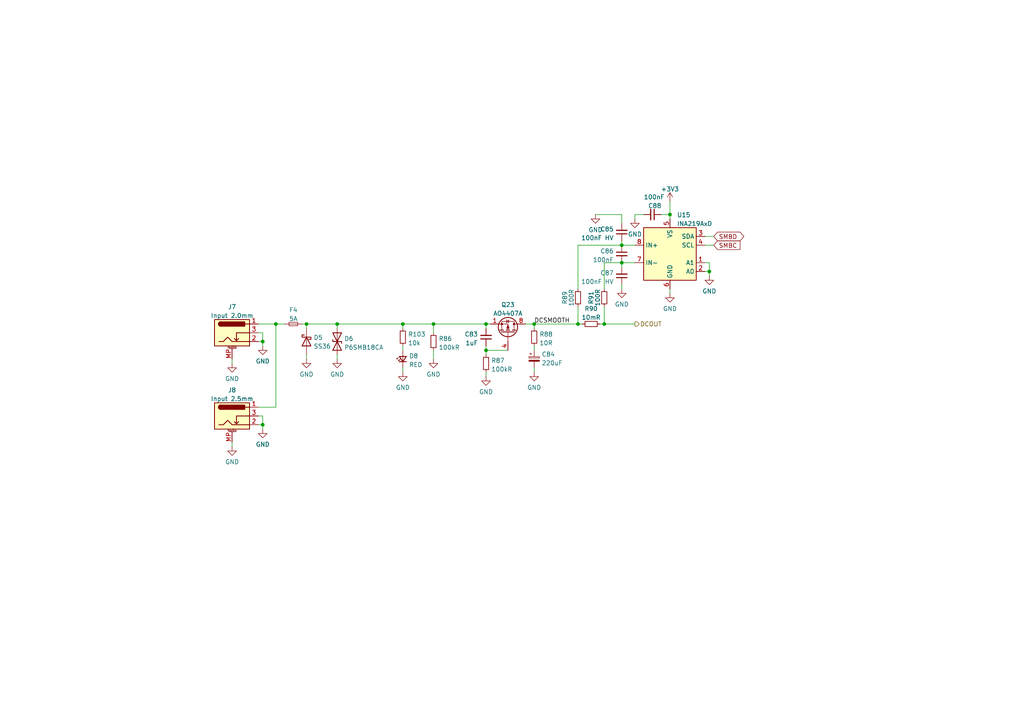
<source format=kicad_sch>
(kicad_sch (version 20211123) (generator eeschema)
  (paper "A4")
  (lib_symbols
    (symbol "Analog_ADC:INA219AxD"
      (property "Reference" "U" (at -6.35 8.89 0))
      (property "Value" "INA219AxD" (at 5.08 8.89 0))
      (symbol "INA219AxD_0_1"
        (rectangle (start -7.62 7.62) (end 7.62 -7.62) (stroke (width 0.254)) (fill (type background)))
      )
      (symbol "INA219AxD_1_1"
        (pin input line (at 10.16 -2.54 180) (length 2.54) (name "A1") (number "1"))
        (pin input line (at 10.16 -5.08 180) (length 2.54) (name "A0") (number "2"))
        (pin bidirectional line (at 10.16 5.08 180) (length 2.54) (name "SDA") (number "3"))
        (pin input line (at 10.16 2.54 180) (length 2.54) (name "SCL") (number "4"))
        (pin power_in line (at 0 10.16 270) (length 2.54) (name "VS") (number "5"))
        (pin power_in line (at 0 -10.16 90) (length 2.54) (name "GND") (number "6"))
        (pin input line (at -10.16 -2.54 0) (length 2.54) (name "IN-") (number "7"))
        (pin input line (at -10.16 2.54 0) (length 2.54) (name "IN+") (number "8"))
      )
    )
    (symbol "Connector:Barrel_Jack_Switch_MountingPin" (pin_names hide)
      (property "Reference" "J" (at 0 5.334 0))
      (property "Value" "Barrel_Jack_Switch_MountingPin" (at 1.27 -6.35 0))
      (symbol "Barrel_Jack_Switch_MountingPin_0_1"
        (rectangle (start -5.08 3.81) (end 5.08 -3.81) (stroke (width 0.254)) (fill (type background)))
        (arc (start -3.302 3.175) (mid -3.937 2.54) (end -3.302 1.905) (stroke (width 0.254)))
        (arc (start -3.302 3.175) (mid -3.937 2.54) (end -3.302 1.905) (stroke (width 0.254)) (fill (type outline)))
        (polyline (pts (xy 1.27 -2.286) (xy 1.905 -1.651)) (stroke (width 0.254)))
        (polyline (pts (xy 5.08 2.54) (xy 3.81 2.54)) (stroke (width 0.254)))
        (polyline (pts (xy 5.08 0) (xy 1.27 0) (xy 1.27 -2.286) (xy 0.635 -1.651)) (stroke (width 0.254)))
        (polyline (pts (xy -3.81 -2.54) (xy -2.54 -2.54) (xy -1.27 -1.27) (xy 0 -2.54) (xy 2.54 -2.54) (xy 5.08 -2.54)) (stroke (width 0.254)))
        (rectangle (start 3.683 3.175) (end -3.302 1.905) (stroke (width 0.254)) (fill (type outline)))
      )
      (symbol "Barrel_Jack_Switch_MountingPin_1_1"
        (polyline (pts (xy -1.016 -4.572) (xy 1.016 -4.572)) (stroke (width 0.1524)))
        (text "Mounting" (at 0 -4.191 0) (effects (font (size 0.381 0.381))))
        (pin passive line (at 7.62 2.54 180) (length 2.54) (name "~") (number "1"))
        (pin passive line (at 7.62 -2.54 180) (length 2.54) (name "~") (number "2"))
        (pin passive line (at 7.62 0 180) (length 2.54) (name "~") (number "3"))
        (pin passive line (at 0 -7.62 90) (length 3.048) (name "MountPin") (number "MP"))
      )
    )
    (symbol "Device:C_Polarized_Small" (pin_numbers hide) (pin_names (offset 0.254) hide)
      (property "Reference" "C" (at 0.254 1.778 0))
      (property "Value" "C_Polarized_Small" (at 0.254 -2.032 0))
      (symbol "C_Polarized_Small_0_1"
        (rectangle (start -1.524 -0.3048) (end 1.524 -0.6858) (fill (type outline)))
        (rectangle (start -1.524 0.6858) (end 1.524 0.3048))
        (polyline (pts (xy -1.27 1.524) (xy -0.762 1.524)))
        (polyline (pts (xy -1.016 1.27) (xy -1.016 1.778)))
      )
      (symbol "C_Polarized_Small_1_1"
        (pin passive line (at 0 2.54 270) (length 1.8542) (name "~") (number "1"))
        (pin passive line (at 0 -2.54 90) (length 1.8542) (name "~") (number "2"))
      )
    )
    (symbol "Device:C_Small" (pin_numbers hide) (pin_names (offset 0.254) hide)
      (property "Reference" "C" (at 0.254 1.778 0))
      (property "Value" "C_Small" (at 0.254 -2.032 0))
      (symbol "C_Small_0_1"
        (polyline (pts (xy -1.524 -0.508) (xy 1.524 -0.508)) (stroke (width 0.3302)))
        (polyline (pts (xy -1.524 0.508) (xy 1.524 0.508)) (stroke (width 0.3048)))
      )
      (symbol "C_Small_1_1"
        (pin passive line (at 0 2.54 270) (length 2.032) (name "~") (number "1"))
        (pin passive line (at 0 -2.54 90) (length 2.032) (name "~") (number "2"))
      )
    )
    (symbol "Device:D_Schottky" (pin_numbers hide) (pin_names (offset 1.016) hide)
      (property "Reference" "D" (at 0 2.54 0))
      (property "Value" "D_Schottky" (at 0 -2.54 0))
      (symbol "D_Schottky_0_1"
        (polyline (pts (xy 1.27 0) (xy -1.27 0)))
        (polyline (pts (xy 1.27 1.27) (xy 1.27 -1.27) (xy -1.27 0) (xy 1.27 1.27)) (stroke (width 0.254)))
        (polyline (pts (xy -1.905 0.635) (xy -1.905 1.27) (xy -1.27 1.27) (xy -1.27 -1.27) (xy -0.635 -1.27) (xy -0.635 -0.635)) (stroke (width 0.254)))
      )
      (symbol "D_Schottky_1_1"
        (pin passive line (at -3.81 0 0) (length 2.54) (name "K") (number "1"))
        (pin passive line (at 3.81 0 180) (length 2.54) (name "A") (number "2"))
      )
    )
    (symbol "Device:D_TVS" (pin_numbers hide) (pin_names (offset 1.016) hide)
      (property "Reference" "D" (at 0 2.54 0))
      (property "Value" "D_TVS" (at 0 -2.54 0))
      (symbol "D_TVS_0_1"
        (polyline (pts (xy 1.27 0) (xy -1.27 0)))
        (polyline (pts (xy 0.508 1.27) (xy 0 1.27) (xy 0 -1.27) (xy -0.508 -1.27)) (stroke (width 0.254)))
        (polyline (pts (xy -2.54 1.27) (xy -2.54 -1.27) (xy 2.54 1.27) (xy 2.54 -1.27) (xy -2.54 1.27)) (stroke (width 0.254)))
      )
      (symbol "D_TVS_1_1"
        (pin passive line (at -3.81 0 0) (length 2.54) (name "A1") (number "1"))
        (pin passive line (at 3.81 0 180) (length 2.54) (name "A2") (number "2"))
      )
    )
    (symbol "Device:Fuse_Small" (pin_numbers hide) (pin_names (offset 0.254) hide)
      (property "Reference" "F" (at 0 -1.524 0))
      (property "Value" "Fuse_Small" (at 0 1.524 0))
      (symbol "Fuse_Small_0_1"
        (rectangle (start -1.27 0.508) (end 1.27 -0.508))
        (polyline (pts (xy -1.27 0) (xy 1.27 0)))
      )
      (symbol "Fuse_Small_1_1"
        (pin passive line (at -2.54 0 0) (length 1.27) (name "~") (number "1"))
        (pin passive line (at 2.54 0 180) (length 1.27) (name "~") (number "2"))
      )
    )
    (symbol "Device:LED_Small" (pin_numbers hide) (pin_names (offset 0.254) hide)
      (property "Reference" "D" (at -1.27 3.175 0))
      (property "Value" "LED_Small" (at -4.445 -2.54 0))
      (symbol "LED_Small_0_1"
        (polyline (pts (xy -0.762 -1.016) (xy -0.762 1.016)) (stroke (width 0.254)))
        (polyline (pts (xy 1.016 0) (xy -0.762 0)))
        (polyline (pts (xy 0.762 -1.016) (xy -0.762 0) (xy 0.762 1.016) (xy 0.762 -1.016)) (stroke (width 0.254)))
        (polyline (pts (xy 0 0.762) (xy -0.508 1.27) (xy -0.254 1.27) (xy -0.508 1.27) (xy -0.508 1.016)))
        (polyline (pts (xy 0.508 1.27) (xy 0 1.778) (xy 0.254 1.778) (xy 0 1.778) (xy 0 1.524)))
      )
      (symbol "LED_Small_1_1"
        (pin passive line (at -2.54 0 0) (length 1.778) (name "K") (number "1"))
        (pin passive line (at 2.54 0 180) (length 1.778) (name "A") (number "2"))
      )
    )
    (symbol "Device:R_Small" (pin_numbers hide) (pin_names (offset 0.254) hide)
      (property "Reference" "R" (at 0.762 0.508 0))
      (property "Value" "R_Small" (at 0.762 -1.016 0))
      (symbol "R_Small_0_1"
        (rectangle (start -0.762 1.778) (end 0.762 -1.778) (stroke (width 0.2032)))
      )
      (symbol "R_Small_1_1"
        (pin passive line (at 0 2.54 270) (length 0.762) (name "~") (number "1"))
        (pin passive line (at 0 -2.54 90) (length 0.762) (name "~") (number "2"))
      )
    )
    (symbol "Transistor_FET:FDS9435A" (pin_names hide)
      (property "Reference" "Q" (at 5.08 1.905 0))
      (property "Value" "FDS9435A" (at 5.08 0 0))
      (symbol "FDS9435A_0_1"
        (polyline (pts (xy 0.254 0) (xy -2.54 0)))
        (polyline (pts (xy 0.254 1.905) (xy 0.254 -1.905)) (stroke (width 0.254)))
        (polyline (pts (xy 0.762 -1.27) (xy 0.762 -2.286)) (stroke (width 0.254)))
        (polyline (pts (xy 0.762 0.508) (xy 0.762 -0.508)) (stroke (width 0.254)))
        (polyline (pts (xy 0.762 2.286) (xy 0.762 1.27)) (stroke (width 0.254)))
        (polyline (pts (xy 2.54 2.54) (xy 2.54 1.778)))
        (polyline (pts (xy 2.54 -2.54) (xy 2.54 0) (xy 0.762 0)))
        (polyline (pts (xy 0.762 1.778) (xy 3.302 1.778) (xy 3.302 -1.778) (xy 0.762 -1.778)))
        (polyline (pts (xy 2.286 0) (xy 1.27 0.381) (xy 1.27 -0.381) (xy 2.286 0)) (fill (type outline)))
        (polyline (pts (xy 2.794 -0.508) (xy 2.921 -0.381) (xy 3.683 -0.381) (xy 3.81 -0.254)))
        (polyline (pts (xy 3.302 -0.381) (xy 2.921 0.254) (xy 3.683 0.254) (xy 3.302 -0.381)))
        (circle (center 1.651 0) (radius 2.794) (stroke (width 0.254)))
        (circle (center 2.54 -1.778) (radius 0.254) (fill (type outline)))
        (circle (center 2.54 1.778) (radius 0.254) (fill (type outline)))
      )
      (symbol "FDS9435A_1_1"
        (pin passive line (at 2.54 -5.08 90) (length 2.54) (name "S") (number "1"))
        (pin passive line (at 2.54 -5.08 90) (length 2.54) hide (name "S") (number "2"))
        (pin passive line (at 2.54 -5.08 90) (length 2.54) hide (name "S") (number "3"))
        (pin passive line (at -5.08 0 0) (length 2.54) (name "G") (number "4"))
        (pin passive line (at 2.54 5.08 270) (length 2.54) hide (name "D") (number "5"))
        (pin passive line (at 2.54 5.08 270) (length 2.54) hide (name "D") (number "6"))
        (pin passive line (at 2.54 5.08 270) (length 2.54) hide (name "D") (number "7"))
        (pin passive line (at 2.54 5.08 270) (length 2.54) (name "D") (number "8"))
      )
    )
    (symbol "power:+3V3" (power) (pin_names (offset 0))
      (property "Value" "+3V3" (at 0 3.556 0))
      (symbol "+3V3_0_1"
        (polyline (pts (xy -0.762 1.27) (xy 0 2.54)))
        (polyline (pts (xy 0 0) (xy 0 2.54)))
        (polyline (pts (xy 0 2.54) (xy 0.762 1.27)))
      )
      (symbol "+3V3_1_1"
        (pin power_in line (at 0 0 90) (length 0) hide (name "+3V3") (number "1"))
      )
    )
    (symbol "power:GND" (power) (pin_names (offset 0))
      (property "Value" "GND" (at 0 -3.81 0))
      (symbol "GND_0_1"
        (polyline (pts (xy 0 0) (xy 0 -1.27) (xy 1.27 -1.27) (xy 0 -2.54) (xy -1.27 -1.27) (xy 0 -1.27)))
      )
      (symbol "GND_1_1"
        (pin power_in line (at 0 0 270) (length 0) hide (name "GND") (number "1"))
      )
    )
  )
  (junction (at 154.94 93.98))
  (junction (at 76.2 123.19))
  (junction (at 125.73 93.98))
  (junction (at 76.2 99.06))
  (junction (at 194.31 62.23))
  (junction (at 180.34 71.12))
  (junction (at 140.97 101.6))
  (junction (at 97.79 93.98))
  (junction (at 167.64 93.98))
  (junction (at 205.74 78.74))
  (junction (at 116.84 93.98))
  (junction (at 88.9 93.98))
  (junction (at 180.34 76.2))
  (junction (at 175.26 93.98))
  (junction (at 80.01 93.98))
  (junction (at 140.97 93.98))
  (wire (pts (xy 205.74 78.74) (xy 205.74 76.2)))
  (wire (pts (xy 184.15 76.2) (xy 180.34 76.2)))
  (wire (pts (xy 175.26 88.9) (xy 175.26 93.98)))
  (wire (pts (xy 154.94 93.98) (xy 154.94 95.25)))
  (wire (pts (xy 204.47 68.58) (xy 207.01 68.58)))
  (wire (pts (xy 180.34 82.55) (xy 180.34 83.82)))
  (wire (pts (xy 167.64 71.12) (xy 167.64 83.82)))
  (wire (pts (xy 204.47 71.12) (xy 207.01 71.12)))
  (wire (pts (xy 140.97 101.6) (xy 140.97 102.87)))
  (wire (pts (xy 80.01 93.98) (xy 82.55 93.98)))
  (wire (pts (xy 140.97 100.33) (xy 140.97 101.6)))
  (wire (pts (xy 125.73 93.98) (xy 140.97 93.98)))
  (wire (pts (xy 97.79 93.98) (xy 116.84 93.98)))
  (wire (pts (xy 205.74 76.2) (xy 204.47 76.2)))
  (wire (pts (xy 88.9 93.98) (xy 97.79 93.98)))
  (wire (pts (xy 80.01 93.98) (xy 80.01 118.11)))
  (wire (pts (xy 154.94 106.68) (xy 154.94 107.95)))
  (wire (pts (xy 180.34 62.23) (xy 180.34 64.77)))
  (wire (pts (xy 116.84 106.68) (xy 116.84 107.95)))
  (wire (pts (xy 88.9 93.98) (xy 88.9 95.25)))
  (wire (pts (xy 67.31 104.14) (xy 67.31 105.41)))
  (wire (pts (xy 76.2 100.33) (xy 76.2 99.06)))
  (wire (pts (xy 76.2 96.52) (xy 74.93 96.52)))
  (wire (pts (xy 97.79 93.98) (xy 97.79 95.25)))
  (wire (pts (xy 152.4 93.98) (xy 154.94 93.98)))
  (wire (pts (xy 74.93 93.98) (xy 80.01 93.98)))
  (wire (pts (xy 167.64 88.9) (xy 167.64 93.98)))
  (wire (pts (xy 76.2 120.65) (xy 74.93 120.65)))
  (wire (pts (xy 87.63 93.98) (xy 88.9 93.98)))
  (wire (pts (xy 142.24 93.98) (xy 140.97 93.98)))
  (wire (pts (xy 74.93 99.06) (xy 76.2 99.06)))
  (wire (pts (xy 180.34 76.2) (xy 180.34 77.47)))
  (wire (pts (xy 175.26 76.2) (xy 175.26 83.82)))
  (wire (pts (xy 97.79 102.87) (xy 97.79 104.14)))
  (wire (pts (xy 184.15 71.12) (xy 180.34 71.12)))
  (wire (pts (xy 184.15 63.5) (xy 184.15 62.23)))
  (wire (pts (xy 74.93 123.19) (xy 76.2 123.19)))
  (wire (pts (xy 147.32 101.6) (xy 140.97 101.6)))
  (wire (pts (xy 175.26 93.98) (xy 173.99 93.98)))
  (wire (pts (xy 194.31 58.42) (xy 194.31 62.23)))
  (wire (pts (xy 76.2 123.19) (xy 76.2 120.65)))
  (wire (pts (xy 191.77 62.23) (xy 194.31 62.23)))
  (wire (pts (xy 140.97 107.95) (xy 140.97 109.22)))
  (wire (pts (xy 67.31 128.27) (xy 67.31 129.54)))
  (wire (pts (xy 88.9 102.87) (xy 88.9 104.14)))
  (wire (pts (xy 116.84 100.33) (xy 116.84 101.6)))
  (wire (pts (xy 116.84 93.98) (xy 116.84 95.25)))
  (wire (pts (xy 172.72 62.23) (xy 180.34 62.23)))
  (wire (pts (xy 180.34 76.2) (xy 175.26 76.2)))
  (wire (pts (xy 125.73 101.6) (xy 125.73 104.14)))
  (wire (pts (xy 204.47 78.74) (xy 205.74 78.74)))
  (wire (pts (xy 154.94 100.33) (xy 154.94 101.6)))
  (wire (pts (xy 116.84 93.98) (xy 125.73 93.98)))
  (wire (pts (xy 154.94 93.98) (xy 167.64 93.98)))
  (wire (pts (xy 76.2 124.46) (xy 76.2 123.19)))
  (wire (pts (xy 76.2 99.06) (xy 76.2 96.52)))
  (wire (pts (xy 175.26 93.98) (xy 184.15 93.98)))
  (wire (pts (xy 167.64 93.98) (xy 168.91 93.98)))
  (wire (pts (xy 125.73 96.52) (xy 125.73 93.98)))
  (wire (pts (xy 180.34 69.85) (xy 180.34 71.12)))
  (wire (pts (xy 194.31 83.82) (xy 194.31 85.09)))
  (wire (pts (xy 194.31 62.23) (xy 194.31 63.5)))
  (wire (pts (xy 180.34 71.12) (xy 167.64 71.12)))
  (wire (pts (xy 184.15 62.23) (xy 186.69 62.23)))
  (wire (pts (xy 74.93 118.11) (xy 80.01 118.11)))
  (wire (pts (xy 140.97 93.98) (xy 140.97 95.25)))
  (wire (pts (xy 205.74 80.01) (xy 205.74 78.74)))
  (label "DCSMOOTH" (at 154.94 93.98 0))
  (global_label "SMBD" (shape bidirectional) (at 207.01 68.58 0) (property "Referenzen zwischen Schaltplänen" "${INTERSHEET_REFS}" (effects hide)))
  (global_label "SMBC" (shape input) (at 207.01 71.12 0) (property "Referenzen zwischen Schaltplänen" "${INTERSHEET_REFS}" (effects hide)))
  (hierarchical_label "DCOUT" (shape output) (at 184.15 93.98 0))
  (symbol (lib_id "power:GND") (at 67.31 129.54 0) (unit 1)
    (property "Reference" "#PWR0250" (effects hide))
    (property "Value" "GND" (at 67.31 133.9834 0))
  )
  (symbol (lib_id "Device:LED_Small") (at 116.84 104.14 90) (unit 1)
    (property "Reference" "D8" (at 118.618 103.2418 90) (effects (justify right)))
    (property "Value" "RED" (at 118.618 105.7787 90) (effects (justify right)))
    (property "Footprint" "LED_Indicator:LED_Indicator_RED_MHK1373CRBDT" (effects hide))
    (property "LCSC" "C417352" (effects hide))
  )
  (symbol (lib_id "power:GND") (at 76.2 100.33 0) (unit 1)
    (property "Reference" "#PWR0249" (effects hide))
    (property "Value" "GND" (at 76.2 104.7734 0))
  )
  (symbol (lib_id "Device:C_Small") (at 189.23 62.23 270) (mirror x) (unit 1)
    (property "Reference" "C88" (at 187.96 59.69 90) (effects (justify left)))
    (property "Value" "100nF" (at 186.69 57.15 90) (effects (justify left)))
    (property "Footprint" "Capacitor_SMD:C_0402_1005Metric" (effects hide))
    (property "LCSC" "C1525" (effects hide))
  )
  (symbol (lib_id "Analog_ADC:INA219AxD") (at 194.31 73.66 0) (unit 1)
    (property "Reference" "U15" (at 196.3294 62.3402 0) (effects (justify left)))
    (property "Value" "INA219AxD" (at 196.3294 64.8771 0) (effects (justify left)))
    (property "Footprint" "Package_SO:SOIC-8_3.9x4.9mm_P1.27mm" (effects hide))
    (property "Datasheet" "http://www.ti.com/lit/ds/symlink/ina219.pdf" (effects hide))
    (property "LCSC" "C138706" (effects hide))
  )
  (symbol (lib_id "power:GND") (at 76.2 124.46 0) (unit 1)
    (property "Reference" "#PWR0251" (effects hide))
    (property "Value" "GND" (at 76.2 128.9034 0))
  )
  (symbol (lib_id "Connector:Barrel_Jack_Switch_MountingPin") (at 67.31 96.52 0) (unit 1)
    (property "Reference" "J7" (at 67.31 89.0102 0))
    (property "Value" "Input 2.0mm" (at 67.31 91.5471 0))
    (property "Footprint" "Connector_BarrelJack_LCSC:BarrelJack_2.0mm_DC-044B" (effects hide))
    (property "LCSC" "C397334" (effects hide))
  )
  (symbol (lib_id "Connector:Barrel_Jack_Switch_MountingPin") (at 67.31 120.65 0) (unit 1)
    (property "Reference" "J8" (at 67.31 113.1402 0))
    (property "Value" "Input 2.5mm" (at 67.31 115.6771 0))
    (property "Footprint" "Connector_BarrelJack_LCSC:BarrelJack_2.5mm_DC-044K-D025" (effects hide))
    (property "LCSC" "C963204" (effects hide))
  )
  (symbol (lib_id "power:GND") (at 154.94 107.95 0) (unit 1)
    (property "Reference" "#PWR0246" (effects hide))
    (property "Value" "GND" (at 154.94 112.3934 0))
  )
  (symbol (lib_id "Device:R_Small") (at 140.97 105.41 0) (mirror y) (unit 1)
    (property "Reference" "R87" (at 142.4686 104.5753 0) (effects (justify right)))
    (property "Value" "100kR" (at 142.4686 107.1122 0) (effects (justify right)))
    (property "Footprint" "Resistor_SMD:R_0402_1005Metric" (effects hide))
    (property "LCSC" "C25741" (effects hide))
  )
  (symbol (lib_id "power:GND") (at 180.34 83.82 0) (unit 1)
    (property "Reference" "#PWR0253" (effects hide))
    (property "Value" "GND" (at 180.34 88.2634 0))
  )
  (symbol (lib_id "Transistor_FET:FDS9435A") (at 147.32 96.52 270) (mirror x) (unit 1)
    (property "Reference" "Q23" (at 147.32 88.3752 90))
    (property "Value" "AO4407A" (at 147.32 90.9121 90))
    (property "Footprint" "Package_SO:SOIC-8_3.9x4.9mm_P1.27mm" (effects hide))
    (property "Datasheet" "https://datasheet.lcsc.com/szlcsc/Alpha-Omega-Semicon-AOS-AO4407A_C35349.pdf" (effects hide))
    (property "LCSC" "C35349" (effects hide))
  )
  (symbol (lib_id "Device:D_TVS") (at 97.79 99.06 90) (unit 1)
    (property "Reference" "D6" (at 99.822 98.2253 90) (effects (justify right)))
    (property "Value" "P6SMB18CA" (at 99.822 100.7622 90) (effects (justify right)))
    (property "Footprint" "Diode_SMD:D_SMB" (effects hide))
    (property "LCSC" "C384916" (effects hide))
  )
  (symbol (lib_id "Device:R_Small") (at 125.73 99.06 0) (mirror y) (unit 1)
    (property "Reference" "R86" (at 127.2286 98.2253 0) (effects (justify right)))
    (property "Value" "100kR" (at 127.2286 100.7622 0) (effects (justify right)))
    (property "Footprint" "Resistor_SMD:R_0402_1005Metric" (effects hide))
    (property "LCSC" "C25741" (effects hide))
  )
  (symbol (lib_id "Device:C_Small") (at 180.34 67.31 0) (mirror x) (unit 1)
    (property "Reference" "C85" (at 178.016 66.4689 0) (effects (justify right)))
    (property "Value" "100nF HV" (at 178.016 69.0058 0) (effects (justify right)))
    (property "Footprint" "Capacitor_SMD:C_0603_1608Metric" (effects hide))
    (property "LCSC" "C14663" (effects hide))
  )
  (symbol (lib_id "Device:R_Small") (at 167.64 86.36 0) (unit 1)
    (property "Reference" "R89" (at 163.83 86.36 90))
    (property "Value" "100R" (at 165.7405 86.36 90))
    (property "Footprint" "Resistor_SMD:R_0402_1005Metric" (effects hide))
    (property "LCSC" "C25076" (effects hide))
  )
  (symbol (lib_id "Device:C_Small") (at 180.34 80.01 0) (mirror x) (unit 1)
    (property "Reference" "C87" (at 178.016 79.1689 0) (effects (justify right)))
    (property "Value" "100nF HV" (at 178.016 81.7058 0) (effects (justify right)))
    (property "Footprint" "Capacitor_SMD:C_0603_1608Metric" (effects hide))
    (property "LCSC" "C14663" (effects hide))
  )
  (symbol (lib_id "power:GND") (at 172.72 62.23 0) (unit 1)
    (property "Reference" "#PWR0257" (effects hide))
    (property "Value" "GND" (at 172.72 66.6734 0))
  )
  (symbol (lib_id "power:GND") (at 184.15 63.5 0) (unit 1)
    (property "Reference" "#PWR0258" (effects hide))
    (property "Value" "GND" (at 184.15 67.9434 0))
  )
  (symbol (lib_id "Device:C_Small") (at 180.34 73.66 0) (mirror y) (unit 1)
    (property "Reference" "C86" (at 178.0159 72.8316 0) (effects (justify left)))
    (property "Value" "100nF" (at 178.0159 75.3685 0) (effects (justify left)))
    (property "Footprint" "Capacitor_SMD:C_0402_1005Metric" (effects hide))
    (property "LCSC" "C1525" (effects hide))
  )
  (symbol (lib_id "Device:C_Small") (at 140.97 97.79 0) (mirror x) (unit 1)
    (property "Reference" "C83" (at 138.646 96.9489 0) (effects (justify right)))
    (property "Value" "1uF" (at 138.646 99.4858 0) (effects (justify right)))
    (property "Footprint" "Capacitor_SMD:C_0402_1005Metric" (effects hide))
    (property "LCSC" "C52923" (effects hide))
  )
  (symbol (lib_id "power:GND") (at 140.97 109.22 0) (unit 1)
    (property "Reference" "#PWR0247" (effects hide))
    (property "Value" "GND" (at 140.97 113.6634 0))
  )
  (symbol (lib_id "Device:C_Polarized_Small") (at 154.94 104.14 0) (unit 1)
    (property "Reference" "C84" (at 157.099 102.7592 0) (effects (justify left)))
    (property "Value" "220uF" (at 157.099 105.2961 0) (effects (justify left)))
    (property "Footprint" "Capacitor_SMD:CP_Elec_6.3x7.7" (effects hide))
    (property "Datasheet" "https://datasheet.lcsc.com/lcsc/1912111437_Nichicon-UCM1E221MCL1GS_C340768.pdf" (effects hide))
    (property "LCSC" "C340768" (effects hide))
  )
  (symbol (lib_id "Device:R_Small") (at 116.84 97.79 0) (unit 1)
    (property "Reference" "R103" (at 118.3386 96.9553 0) (effects (justify left)))
    (property "Value" "10k" (at 118.3386 99.4922 0) (effects (justify left)))
    (property "Footprint" "Resistor_SMD:R_0402_1005Metric" (effects hide))
    (property "LCSC" "C25744" (effects hide))
  )
  (symbol (lib_id "power:GND") (at 194.31 85.09 0) (unit 1)
    (property "Reference" "#PWR0254" (effects hide))
    (property "Value" "GND" (at 194.31 89.5334 0))
  )
  (symbol (lib_id "power:GND") (at 67.31 105.41 0) (unit 1)
    (property "Reference" "#PWR0252" (effects hide))
    (property "Value" "GND" (at 67.31 109.8534 0))
  )
  (symbol (lib_id "power:GND") (at 205.74 80.01 0) (unit 1)
    (property "Reference" "#PWR0256" (effects hide))
    (property "Value" "GND" (at 205.74 84.4534 0))
  )
  (symbol (lib_id "power:+3V3") (at 194.31 58.42 0) (unit 1)
    (property "Reference" "#PWR0255" (effects hide))
    (property "Value" "+3V3" (at 194.31 54.8442 0))
  )
  (symbol (lib_id "Device:R_Small") (at 175.26 86.36 0) (unit 1)
    (property "Reference" "R91" (at 171.45 86.36 90))
    (property "Value" "100R" (at 173.3605 86.36 90))
    (property "Footprint" "Resistor_SMD:R_0402_1005Metric" (effects hide))
    (property "LCSC" "C25076" (effects hide))
  )
  (symbol (lib_id "Device:R_Small") (at 154.94 97.79 0) (unit 1)
    (property "Reference" "R88" (at 156.4386 96.9553 0) (effects (justify left)))
    (property "Value" "10R" (at 156.4386 99.4922 0) (effects (justify left)))
    (property "Footprint" "Resistor_SMD:R_1206_3216Metric" (effects hide))
    (property "LCSC" "C17903" (effects hide))
  )
  (symbol (lib_id "power:GND") (at 88.9 104.14 0) (unit 1)
    (property "Reference" "#PWR0248" (effects hide))
    (property "Value" "GND" (at 88.9 108.5834 0))
  )
  (symbol (lib_id "power:GND") (at 125.73 104.14 0) (unit 1)
    (property "Reference" "#PWR0244" (effects hide))
    (property "Value" "GND" (at 125.73 108.5834 0))
  )
  (symbol (lib_id "power:GND") (at 97.79 104.14 0) (unit 1)
    (property "Reference" "#PWR0245" (effects hide))
    (property "Value" "GND" (at 97.79 108.5834 0))
  )
  (symbol (lib_id "Device:Fuse_Small") (at 85.09 93.98 0) (unit 1)
    (property "Reference" "F4" (at 85.09 89.8992 0))
    (property "Value" "5A" (at 85.09 92.4361 0))
    (property "Footprint" "Fuse:Fuse_1206_3216Metric" (effects hide))
    (property "Datasheet" "https://datasheet.lcsc.com/lcsc/1912111437_HOLLY-12T-050L2_C377290.pdf" (effects hide))
    (property "LCSC" "C377290" (effects hide))
  )
  (symbol (lib_id "Device:D_Schottky") (at 88.9 99.06 90) (mirror x) (unit 1)
    (property "Reference" "D5" (at 90.932 97.9078 90) (effects (justify right)))
    (property "Value" "SS36" (at 90.932 100.4447 90) (effects (justify right)))
    (property "Footprint" "Diode_SMD:D_SMC" (effects hide))
    (property "Datasheet" "https://datasheet.lcsc.com/szlcsc/Vishay-Intertech-SS36-E3-57T_C35722.pdf" (effects hide))
    (property "LCSC" "C35722" (effects hide))
  )
  (symbol (lib_id "power:GND") (at 116.84 107.95 0) (unit 1)
    (property "Reference" "#PWR0151" (effects hide))
    (property "Value" "GND" (at 116.84 112.3934 0))
  )
  (symbol (lib_id "Device:R_Small") (at 171.45 93.98 90) (unit 1)
    (property "Reference" "R90" (at 171.45 89.5436 90))
    (property "Value" "10mR" (at 171.45 92.0805 90))
    (property "Footprint" "Resistor_SMD:R_0805_2012Metric" (effects hide))
    (property "LCSC" "C270927" (effects hide))
  )
)
</source>
